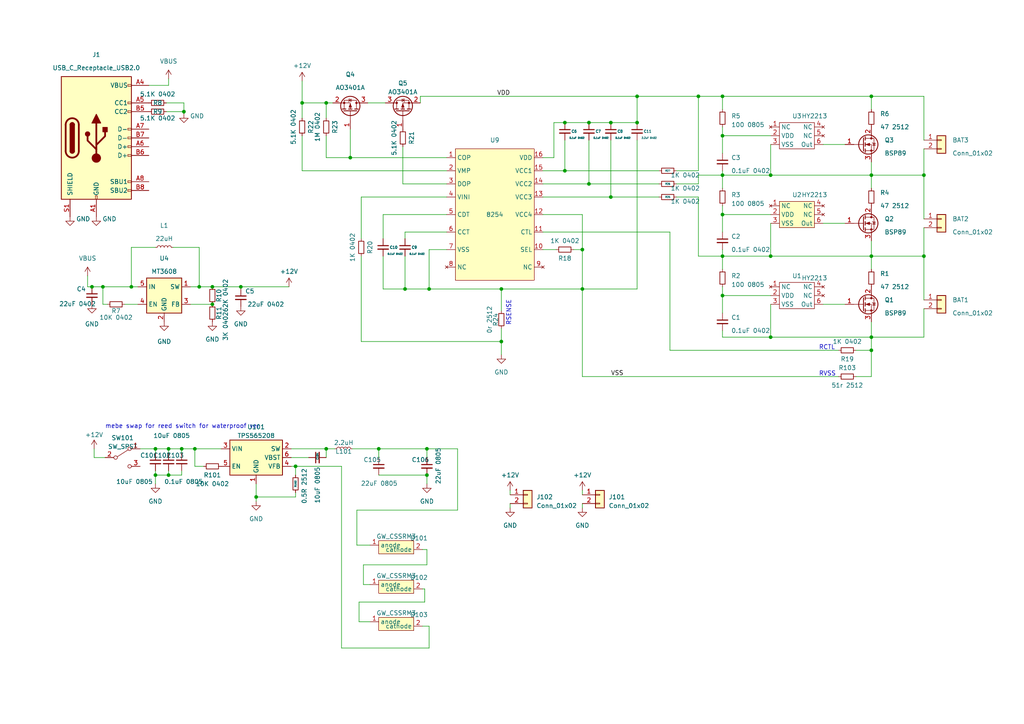
<source format=kicad_sch>
(kicad_sch (version 20230121) (generator eeschema)
  (paper "A4")
  (lib_symbols
    (symbol "8254A:8254"
      (property "Reference" "U" (at 0 0 0))
      (symbol "8254_0_1"
        (rectangle (start -11.43 19.05) (end 11.43 -19.05) (fill (type background)))
      )
      (symbol "8254_1_1"
        (pin input line (at -13.97 16.51 0) (length 2.54) (name "COP") (number "1"))
        (pin input line (at 13.97 -10.16 180) (length 2.54) (name "SEL") (number "10"))
        (pin input line (at 13.97 -5.08 180) (length 2.54) (name "CTL") (number "11"))
        (pin input line (at 13.97 0 180) (length 2.54) (name "VCC4") (number "12"))
        (pin input line (at 13.97 5.08 180) (length 2.54) (name "VCC3") (number "13"))
        (pin input line (at 13.97 8.89 180) (length 2.54) (name "VCC2") (number "14"))
        (pin input line (at 13.97 12.7 180) (length 2.54) (name "VCC1") (number "15"))
        (pin input line (at 13.97 16.51 180) (length 2.54) (name "VDD") (number "16"))
        (pin input line (at -13.97 12.7 0) (length 2.54) (name "VMP") (number "2"))
        (pin input line (at -13.97 8.89 0) (length 2.54) (name "DOP") (number "3"))
        (pin input line (at -13.97 5.08 0) (length 2.54) (name "VINI") (number "4"))
        (pin input line (at -13.97 0 0) (length 2.54) (name "CDT") (number "5"))
        (pin input line (at -13.97 -5.08 0) (length 2.54) (name "CCT") (number "6"))
        (pin input line (at -13.97 -10.16 0) (length 2.54) (name "VSS") (number "7"))
        (pin no_connect line (at -13.97 -15.24 0) (length 2.54) (name "NC") (number "8"))
        (pin no_connect line (at 13.97 -15.24 180) (length 2.54) (name "NC") (number "9"))
      )
    )
    (symbol "Connector:USB_C_Receptacle_USB2.0" (pin_names (offset 1.016))
      (property "Reference" "J" (at -10.16 19.05 0))
      (property "Value" "USB_C_Receptacle_USB2.0" (at 19.05 19.05 0))
      (symbol "USB_C_Receptacle_USB2.0_0_0"
        (rectangle (start -0.254 -17.78) (end 0.254 -16.764))
        (rectangle (start 10.16 -14.986) (end 9.144 -15.494))
        (rectangle (start 10.16 -12.446) (end 9.144 -12.954))
        (rectangle (start 10.16 -4.826) (end 9.144 -5.334))
        (rectangle (start 10.16 -2.286) (end 9.144 -2.794))
        (rectangle (start 10.16 0.254) (end 9.144 -0.254))
        (rectangle (start 10.16 2.794) (end 9.144 2.286))
        (rectangle (start 10.16 7.874) (end 9.144 7.366))
        (rectangle (start 10.16 10.414) (end 9.144 9.906))
        (rectangle (start 10.16 15.494) (end 9.144 14.986))
      )
      (symbol "USB_C_Receptacle_USB2.0_0_1"
        (rectangle (start -10.16 17.78) (end 10.16 -17.78) (stroke (width 0.254)) (fill (type background)))
        (arc (start -8.89 -3.81) (mid -6.985 -5.7067) (end -5.08 -3.81) (stroke (width 0.508)))
        (arc (start -7.62 -3.81) (mid -6.985 -4.4423) (end -6.35 -3.81) (stroke (width 0.254)))
        (arc (start -7.62 -3.81) (mid -6.985 -4.4423) (end -6.35 -3.81) (stroke (width 0.254)) (fill (type outline)))
        (rectangle (start -7.62 -3.81) (end -6.35 3.81) (stroke (width 0.254)) (fill (type outline)))
        (arc (start -6.35 3.81) (mid -6.985 4.4423) (end -7.62 3.81) (stroke (width 0.254)))
        (arc (start -6.35 3.81) (mid -6.985 4.4423) (end -7.62 3.81) (stroke (width 0.254)) (fill (type outline)))
        (arc (start -5.08 3.81) (mid -6.985 5.7067) (end -8.89 3.81) (stroke (width 0.508)))
        (circle (center -2.54 1.143) (radius 0.635) (stroke (width 0.254)) (fill (type outline)))
        (circle (center 0 -5.842) (radius 1.27) (fill (type outline)))
        (polyline (pts (xy -8.89 -3.81) (xy -8.89 3.81)) (stroke (width 0.508)))
        (polyline (pts (xy -5.08 3.81) (xy -5.08 -3.81)) (stroke (width 0.508)))
        (polyline (pts (xy 0 -5.842) (xy 0 4.318)) (stroke (width 0.508)))
        (polyline (pts (xy 0 -3.302) (xy -2.54 -0.762) (xy -2.54 0.508)) (stroke (width 0.508)))
        (polyline (pts (xy 0 -2.032) (xy 2.54 0.508) (xy 2.54 1.778)) (stroke (width 0.508)))
        (polyline (pts (xy -1.27 4.318) (xy 0 6.858) (xy 1.27 4.318) (xy -1.27 4.318)) (stroke (width 0.254)) (fill (type outline)))
        (rectangle (start 1.905 1.778) (end 3.175 3.048) (stroke (width 0.254)) (fill (type outline)))
      )
      (symbol "USB_C_Receptacle_USB2.0_1_1"
        (pin passive line (at 0 -22.86 90) (length 5.08) (name "GND") (number "A1"))
        (pin passive line (at 0 -22.86 90) (length 5.08) hide (name "GND") (number "A12"))
        (pin passive line (at 15.24 15.24 180) (length 5.08) (name "VBUS") (number "A4"))
        (pin bidirectional line (at 15.24 10.16 180) (length 5.08) (name "CC1") (number "A5"))
        (pin bidirectional line (at 15.24 -2.54 180) (length 5.08) (name "D+") (number "A6"))
        (pin bidirectional line (at 15.24 2.54 180) (length 5.08) (name "D-") (number "A7"))
        (pin bidirectional line (at 15.24 -12.7 180) (length 5.08) (name "SBU1") (number "A8"))
        (pin passive line (at 15.24 15.24 180) (length 5.08) hide (name "VBUS") (number "A9"))
        (pin passive line (at 0 -22.86 90) (length 5.08) hide (name "GND") (number "B1"))
        (pin passive line (at 0 -22.86 90) (length 5.08) hide (name "GND") (number "B12"))
        (pin passive line (at 15.24 15.24 180) (length 5.08) hide (name "VBUS") (number "B4"))
        (pin bidirectional line (at 15.24 7.62 180) (length 5.08) (name "CC2") (number "B5"))
        (pin bidirectional line (at 15.24 -5.08 180) (length 5.08) (name "D+") (number "B6"))
        (pin bidirectional line (at 15.24 0 180) (length 5.08) (name "D-") (number "B7"))
        (pin bidirectional line (at 15.24 -15.24 180) (length 5.08) (name "SBU2") (number "B8"))
        (pin passive line (at 15.24 15.24 180) (length 5.08) hide (name "VBUS") (number "B9"))
        (pin passive line (at -7.62 -22.86 90) (length 5.08) (name "SHIELD") (number "S1"))
      )
    )
    (symbol "Connector_Generic:Conn_01x02" (pin_names (offset 1.016) hide)
      (property "Reference" "J" (at 0 2.54 0))
      (property "Value" "Conn_01x02" (at 0 -5.08 0))
      (symbol "Conn_01x02_1_1"
        (rectangle (start -1.27 -2.413) (end 0 -2.667) (stroke (width 0.1524)))
        (rectangle (start -1.27 0.127) (end 0 -0.127) (stroke (width 0.1524)))
        (rectangle (start -1.27 1.27) (end 1.27 -3.81) (stroke (width 0.254)) (fill (type background)))
        (pin passive line (at -5.08 0 0) (length 3.81) (name "Pin_1") (number "1"))
        (pin passive line (at -5.08 -2.54 0) (length 3.81) (name "Pin_2") (number "2"))
      )
    )
    (symbol "Device:C_Small" (pin_numbers hide) (pin_names (offset 0.254) hide)
      (property "Reference" "C" (at 0.254 1.778 0))
      (property "Value" "C_Small" (at 0.254 -2.032 0))
      (symbol "C_Small_0_1"
        (polyline (pts (xy -1.524 -0.508) (xy 1.524 -0.508)) (stroke (width 0.3302)))
        (polyline (pts (xy -1.524 0.508) (xy 1.524 0.508)) (stroke (width 0.3048)))
      )
      (symbol "C_Small_1_1"
        (pin passive line (at 0 2.54 270) (length 2.032) (name "~") (number "1"))
        (pin passive line (at 0 -2.54 90) (length 2.032) (name "~") (number "2"))
      )
    )
    (symbol "Device:L_Small" (pin_numbers hide) (pin_names (offset 0.254) hide)
      (property "Reference" "L" (at 0.762 1.016 0))
      (property "Value" "L_Small" (at 0.762 -1.016 0))
      (symbol "L_Small_0_1"
        (arc (start 0 -2.032) (mid 0.5058 -1.524) (end 0 -1.016))
        (arc (start 0 -1.016) (mid 0.5058 -0.508) (end 0 0))
        (arc (start 0 0) (mid 0.5058 0.508) (end 0 1.016))
        (arc (start 0 1.016) (mid 0.5058 1.524) (end 0 2.032))
      )
      (symbol "L_Small_1_1"
        (pin passive line (at 0 2.54 270) (length 0.508) (name "~") (number "1"))
        (pin passive line (at 0 -2.54 90) (length 0.508) (name "~") (number "2"))
      )
    )
    (symbol "Device:R_Small" (pin_numbers hide) (pin_names (offset 0.254) hide)
      (property "Reference" "R" (at 0.762 0.508 0))
      (property "Value" "R_Small" (at 0.762 -1.016 0))
      (symbol "R_Small_0_1"
        (rectangle (start -0.762 1.778) (end 0.762 -1.778) (stroke (width 0.2032)))
      )
      (symbol "R_Small_1_1"
        (pin passive line (at 0 2.54 270) (length 0.762) (name "~") (number "1"))
        (pin passive line (at 0 -2.54 90) (length 0.762) (name "~") (number "2"))
      )
    )
    (symbol "GW CSSRM3:GW_CSSRM3"
      (property "Reference" "D" (at 0 1.27 0))
      (property "Value" "GW_CSSRM3" (at 0 -5.08 0))
      (symbol "GW_CSSRM3_0_1"
        (rectangle (start -5.08 0) (end 5.08 -3.81) (fill (type background)))
      )
      (symbol "GW_CSSRM3_1_1"
        (pin input line (at -7.62 -1.27 0) (length 2.54) (name "anode") (number "1"))
        (pin output line (at 7.62 -2.54 180) (length 2.54) (name "cathode") (number "2"))
      )
    )
    (symbol "HY2213:HY2213"
      (property "Reference" "U" (at 0 2.54 0))
      (symbol "HY2213_0_1"
        (rectangle (start -5.08 1.27) (end 5.08 -6.35))
      )
      (symbol "HY2213_1_1"
        (pin no_connect line (at -7.62 0 0) (length 2.54) (name "NC") (number "1"))
        (pin input line (at -7.62 -2.54 0) (length 2.54) (name "VDD") (number "2"))
        (pin output line (at -7.62 -5.08 0) (length 2.54) (name "VSS") (number "3"))
        (pin no_connect line (at 7.62 0 180) (length 2.54) (name "NC") (number "4"))
        (pin no_connect line (at 7.62 -2.54 180) (length 2.54) (name "NC") (number "5"))
        (pin output line (at 7.62 -5.08 180) (length 2.54) (name "Out") (number "6"))
      )
    )
    (symbol "HY2213_1"
      (property "Reference" "U2" (at 0 3.175 0))
      (property "Value" "HY2213" (at 5.08 3.175 0))
      (symbol "HY2213_1_0_1"
        (rectangle (start -5.08 1.27) (end 5.08 -6.35) (fill (type background)))
      )
      (symbol "HY2213_1_1_1"
        (pin no_connect line (at -7.62 0 0) (length 2.54) (name "NC") (number "1"))
        (pin input line (at -7.62 -2.54 0) (length 2.54) (name "VDD") (number "2"))
        (pin output line (at -7.62 -5.08 0) (length 2.54) (name "VSS") (number "3"))
        (pin no_connect line (at 7.62 0 180) (length 2.54) (name "NC") (number "4"))
        (pin no_connect line (at 7.62 -2.54 180) (length 2.54) (name "NC") (number "5"))
        (pin output line (at 7.62 -5.08 180) (length 2.54) (name "Out") (number "6"))
      )
    )
    (symbol "Regulator_Switching:MT3608"
      (property "Reference" "U" (at -2.54 8.89 0))
      (property "Value" "MT3608" (at -3.81 6.35 0))
      (symbol "MT3608_0_1"
        (rectangle (start -5.08 5.08) (end 5.08 -5.08) (stroke (width 0.254)) (fill (type background)))
      )
      (symbol "MT3608_1_1"
        (pin passive line (at 7.62 2.54 180) (length 2.54) (name "SW") (number "1"))
        (pin power_in line (at 0 -7.62 90) (length 2.54) (name "GND") (number "2"))
        (pin input line (at 7.62 -2.54 180) (length 2.54) (name "FB") (number "3"))
        (pin input line (at -7.62 -2.54 0) (length 2.54) (name "EN") (number "4"))
        (pin power_in line (at -7.62 2.54 0) (length 2.54) (name "IN") (number "5"))
        (pin no_connect line (at 5.08 0 180) (length 2.54) hide (name "NC") (number "6"))
      )
    )
    (symbol "Regulator_Switching:TPS565208"
      (property "Reference" "U" (at -7.62 6.35 0))
      (property "Value" "TPS565208" (at -2.54 6.35 0))
      (symbol "TPS565208_0_1"
        (rectangle (start -7.62 5.08) (end 7.62 -5.08) (stroke (width 0.254)) (fill (type background)))
      )
      (symbol "TPS565208_1_1"
        (pin power_in line (at 0 -7.62 90) (length 2.54) (name "GND") (number "1"))
        (pin output line (at 10.16 2.54 180) (length 2.54) (name "SW") (number "2"))
        (pin power_in line (at -10.16 2.54 0) (length 2.54) (name "VIN") (number "3"))
        (pin input line (at 10.16 -2.54 180) (length 2.54) (name "VFB") (number "4"))
        (pin input line (at -10.16 -2.54 0) (length 2.54) (name "EN") (number "5"))
        (pin passive line (at 10.16 0 180) (length 2.54) (name "VBST") (number "6"))
      )
    )
    (symbol "Switch:SW_SPDT" (pin_names (offset 0) hide)
      (property "Reference" "SW" (at 0 4.318 0))
      (property "Value" "SW_SPDT" (at 0 -5.08 0))
      (symbol "SW_SPDT_0_0"
        (circle (center -2.032 0) (radius 0.508))
        (circle (center 2.032 -2.54) (radius 0.508))
      )
      (symbol "SW_SPDT_0_1"
        (polyline (pts (xy -1.524 0.254) (xy 1.651 2.286)))
        (circle (center 2.032 2.54) (radius 0.508))
      )
      (symbol "SW_SPDT_1_1"
        (pin passive line (at 5.08 2.54 180) (length 2.54) (name "A") (number "1"))
        (pin passive line (at -5.08 0 0) (length 2.54) (name "B") (number "2"))
        (pin passive line (at 5.08 -2.54 180) (length 2.54) (name "C") (number "3"))
      )
    )
    (symbol "Transistor_FET:AO3401A" (pin_names hide)
      (property "Reference" "Q" (at 5.08 1.905 0))
      (property "Value" "AO3401A" (at 5.08 0 0))
      (symbol "AO3401A_0_1"
        (polyline (pts (xy 0.254 0) (xy -2.54 0)))
        (polyline (pts (xy 0.254 1.905) (xy 0.254 -1.905)) (stroke (width 0.254)))
        (polyline (pts (xy 0.762 -1.27) (xy 0.762 -2.286)) (stroke (width 0.254)))
        (polyline (pts (xy 0.762 0.508) (xy 0.762 -0.508)) (stroke (width 0.254)))
        (polyline (pts (xy 0.762 2.286) (xy 0.762 1.27)) (stroke (width 0.254)))
        (polyline (pts (xy 2.54 2.54) (xy 2.54 1.778)))
        (polyline (pts (xy 2.54 -2.54) (xy 2.54 0) (xy 0.762 0)))
        (polyline (pts (xy 0.762 1.778) (xy 3.302 1.778) (xy 3.302 -1.778) (xy 0.762 -1.778)))
        (polyline (pts (xy 2.286 0) (xy 1.27 0.381) (xy 1.27 -0.381) (xy 2.286 0)) (fill (type outline)))
        (polyline (pts (xy 2.794 -0.508) (xy 2.921 -0.381) (xy 3.683 -0.381) (xy 3.81 -0.254)))
        (polyline (pts (xy 3.302 -0.381) (xy 2.921 0.254) (xy 3.683 0.254) (xy 3.302 -0.381)))
        (circle (center 1.651 0) (radius 2.794) (stroke (width 0.254)))
        (circle (center 2.54 -1.778) (radius 0.254) (fill (type outline)))
        (circle (center 2.54 1.778) (radius 0.254) (fill (type outline)))
      )
      (symbol "AO3401A_1_1"
        (pin input line (at -5.08 0 0) (length 2.54) (name "G") (number "1"))
        (pin passive line (at 2.54 -5.08 90) (length 2.54) (name "S") (number "2"))
        (pin passive line (at 2.54 5.08 270) (length 2.54) (name "D") (number "3"))
      )
    )
    (symbol "Transistor_FET:BSP89" (pin_names hide)
      (property "Reference" "Q" (at 5.08 1.905 0))
      (property "Value" "BSP89" (at 5.08 0 0))
      (symbol "BSP89_0_1"
        (polyline (pts (xy 0.254 0) (xy -2.54 0)))
        (polyline (pts (xy 0.254 1.905) (xy 0.254 -1.905)) (stroke (width 0.254)))
        (polyline (pts (xy 0.762 -1.27) (xy 0.762 -2.286)) (stroke (width 0.254)))
        (polyline (pts (xy 0.762 0.508) (xy 0.762 -0.508)) (stroke (width 0.254)))
        (polyline (pts (xy 0.762 2.286) (xy 0.762 1.27)) (stroke (width 0.254)))
        (polyline (pts (xy 2.54 2.54) (xy 2.54 1.778)))
        (polyline (pts (xy 2.54 -2.54) (xy 2.54 0) (xy 0.762 0)))
        (polyline (pts (xy 0.762 -1.778) (xy 3.302 -1.778) (xy 3.302 1.778) (xy 0.762 1.778)))
        (polyline (pts (xy 1.016 0) (xy 2.032 0.381) (xy 2.032 -0.381) (xy 1.016 0)) (fill (type outline)))
        (polyline (pts (xy 2.794 0.508) (xy 2.921 0.381) (xy 3.683 0.381) (xy 3.81 0.254)))
        (polyline (pts (xy 3.302 0.381) (xy 2.921 -0.254) (xy 3.683 -0.254) (xy 3.302 0.381)))
        (circle (center 1.651 0) (radius 2.794) (stroke (width 0.254)))
        (circle (center 2.54 -1.778) (radius 0.254) (fill (type outline)))
        (circle (center 2.54 1.778) (radius 0.254) (fill (type outline)))
      )
      (symbol "BSP89_1_1"
        (pin input line (at -5.08 0 0) (length 2.54) (name "G") (number "1"))
        (pin passive line (at 2.54 5.08 270) (length 2.54) (name "D") (number "2"))
        (pin passive line (at 2.54 -5.08 90) (length 2.54) (name "S") (number "3"))
      )
    )
    (symbol "power:+12V" (power) (pin_names (offset 0))
      (property "Value" "+12V" (at 0 3.556 0))
      (symbol "+12V_0_1"
        (polyline (pts (xy -0.762 1.27) (xy 0 2.54)))
        (polyline (pts (xy 0 0) (xy 0 2.54)))
        (polyline (pts (xy 0 2.54) (xy 0.762 1.27)))
      )
      (symbol "+12V_1_1"
        (pin power_in line (at 0 0 90) (length 0) hide (name "+12V") (number "1"))
      )
    )
    (symbol "power:GND" (power) (pin_names (offset 0))
      (property "Value" "GND" (at 0 -3.81 0))
      (symbol "GND_0_1"
        (polyline (pts (xy 0 0) (xy 0 -1.27) (xy 1.27 -1.27) (xy 0 -2.54) (xy -1.27 -1.27) (xy 0 -1.27)))
      )
      (symbol "GND_1_1"
        (pin power_in line (at 0 0 270) (length 0) hide (name "GND") (number "1"))
      )
    )
    (symbol "power:VBUS" (power) (pin_names (offset 0))
      (property "Value" "VBUS" (at 0 3.81 0))
      (symbol "VBUS_0_1"
        (polyline (pts (xy -0.762 1.27) (xy 0 2.54)))
        (polyline (pts (xy 0 0) (xy 0 2.54)))
        (polyline (pts (xy 0 2.54) (xy 0.762 1.27)))
      )
      (symbol "VBUS_1_1"
        (pin power_in line (at 0 0 90) (length 0) hide (name "VBUS") (number "1"))
      )
    )
  )
  (junction (at 209.55 50.8))
  (junction (at 168.91 83.82))
  (junction (at 252.73 97.79))
  (junction (at 252.73 101.6))
  (junction (at 48.895 137.795))
  (junction (at 61.595 83.185))
  (junction (at 184.785 27.94))
  (junction (at 267.97 74.295))
  (junction (at 209.55 62.23))
  (junction (at 202.565 27.94))
  (junction (at 252.73 50.8))
  (junction (at 123.825 137.795))
  (junction (at 252.73 74.295))
  (junction (at 145.415 99.06))
  (junction (at 94.615 130.175))
  (junction (at 163.83 35.56))
  (junction (at 170.815 35.56))
  (junction (at 69.85 83.185))
  (junction (at 177.165 35.56))
  (junction (at 145.415 83.82))
  (junction (at 56.515 130.175))
  (junction (at 29.845 83.185))
  (junction (at 48.895 130.175))
  (junction (at 223.52 74.295))
  (junction (at 53.34 32.385))
  (junction (at 252.73 27.94))
  (junction (at 223.52 50.8))
  (junction (at 85.725 135.255))
  (junction (at 101.6 45.72))
  (junction (at 209.55 74.295))
  (junction (at 223.52 97.79))
  (junction (at 26.67 83.185))
  (junction (at 61.595 88.265))
  (junction (at 87.63 29.845))
  (junction (at 109.855 130.175))
  (junction (at 163.83 49.53))
  (junction (at 123.825 130.175))
  (junction (at 170.815 53.34))
  (junction (at 209.55 39.37))
  (junction (at 74.295 144.145))
  (junction (at 94.615 29.845))
  (junction (at 184.785 35.56))
  (junction (at 168.91 72.39))
  (junction (at 124.46 83.82))
  (junction (at 117.475 83.82))
  (junction (at 57.785 83.185))
  (junction (at 267.97 50.8))
  (junction (at 38.1 83.185))
  (junction (at 177.165 57.15))
  (junction (at 45.085 130.175))
  (junction (at 209.55 27.94))
  (junction (at 45.085 137.795))
  (junction (at 52.705 130.175))
  (junction (at 209.55 85.725))
  (wire (pts (xy 170.815 35.56) (xy 163.83 35.56)))
  (wire (pts (xy 99.06 135.255) (xy 85.725 135.255)))
  (wire (pts (xy 117.475 83.82) (xy 111.125 83.82)))
  (wire (pts (xy 124.46 187.96) (xy 99.06 187.96)))
  (wire (pts (xy 94.615 29.845) (xy 96.52 29.845)))
  (wire (pts (xy 209.55 44.45) (xy 209.55 39.37)))
  (wire (pts (xy 184.785 27.94) (xy 202.565 27.94)))
  (wire (pts (xy 252.73 50.8) (xy 252.73 54.61)))
  (wire (pts (xy 117.475 74.295) (xy 117.475 83.82)))
  (wire (pts (xy 123.19 170.815) (xy 123.19 174.625)))
  (wire (pts (xy 117.475 67.31) (xy 129.54 67.31)))
  (wire (pts (xy 45.085 137.795) (xy 45.085 136.525)))
  (wire (pts (xy 209.55 27.94) (xy 209.55 31.75)))
  (wire (pts (xy 209.55 95.885) (xy 209.55 97.79)))
  (wire (pts (xy 168.91 146.05) (xy 168.91 147.32)))
  (wire (pts (xy 45.085 130.175) (xy 48.895 130.175)))
  (wire (pts (xy 252.73 93.345) (xy 252.73 97.79)))
  (wire (pts (xy 168.91 83.82) (xy 184.785 83.82)))
  (wire (pts (xy 145.415 83.82) (xy 168.91 83.82)))
  (wire (pts (xy 122.555 181.61) (xy 124.46 181.61)))
  (wire (pts (xy 116.84 53.34) (xy 129.54 53.34)))
  (wire (pts (xy 238.76 64.77) (xy 245.11 64.77)))
  (wire (pts (xy 56.515 130.175) (xy 64.135 130.175)))
  (wire (pts (xy 267.97 27.94) (xy 252.73 27.94)))
  (wire (pts (xy 132.715 147.955) (xy 132.715 130.175)))
  (wire (pts (xy 168.91 72.39) (xy 168.91 83.82)))
  (wire (pts (xy 25.4 80.01) (xy 25.4 83.185)))
  (wire (pts (xy 45.085 140.335) (xy 45.085 137.795)))
  (wire (pts (xy 223.52 39.37) (xy 209.55 39.37)))
  (wire (pts (xy 223.52 97.79) (xy 223.52 88.265)))
  (wire (pts (xy 147.955 142.24) (xy 147.955 143.51)))
  (wire (pts (xy 170.815 53.34) (xy 191.135 53.34)))
  (wire (pts (xy 45.085 137.795) (xy 48.895 137.795)))
  (wire (pts (xy 168.91 62.23) (xy 168.91 72.39)))
  (wire (pts (xy 209.55 74.295) (xy 223.52 74.295)))
  (wire (pts (xy 109.855 130.175) (xy 102.235 130.175)))
  (wire (pts (xy 129.54 45.72) (xy 101.6 45.72)))
  (wire (pts (xy 157.48 67.31) (xy 194.31 67.31)))
  (wire (pts (xy 57.785 71.755) (xy 57.785 83.185)))
  (wire (pts (xy 202.565 49.53) (xy 196.215 49.53)))
  (wire (pts (xy 101.6 45.72) (xy 94.615 45.72)))
  (wire (pts (xy 48.895 137.795) (xy 48.895 136.525)))
  (wire (pts (xy 87.63 49.53) (xy 129.54 49.53)))
  (wire (pts (xy 223.52 85.725) (xy 209.55 85.725)))
  (wire (pts (xy 48.895 130.175) (xy 48.895 131.445)))
  (wire (pts (xy 50.165 71.755) (xy 57.785 71.755)))
  (wire (pts (xy 123.825 130.175) (xy 109.855 130.175)))
  (wire (pts (xy 252.73 74.295) (xy 252.73 69.85)))
  (wire (pts (xy 209.55 74.295) (xy 209.55 78.105)))
  (wire (pts (xy 124.46 83.82) (xy 124.46 72.39)))
  (wire (pts (xy 48.26 29.845) (xy 53.34 29.845)))
  (wire (pts (xy 74.295 145.415) (xy 74.295 144.145)))
  (wire (pts (xy 202.565 27.94) (xy 209.55 27.94)))
  (wire (pts (xy 166.37 72.39) (xy 168.91 72.39)))
  (wire (pts (xy 87.63 23.495) (xy 87.63 29.845)))
  (wire (pts (xy 103.505 158.115) (xy 107.315 158.115)))
  (wire (pts (xy 132.715 130.175) (xy 123.825 130.175)))
  (wire (pts (xy 85.725 135.255) (xy 84.455 135.255)))
  (wire (pts (xy 202.565 53.34) (xy 202.565 50.8)))
  (wire (pts (xy 267.97 50.8) (xy 267.97 43.18)))
  (wire (pts (xy 145.415 90.17) (xy 145.415 83.82)))
  (wire (pts (xy 177.165 57.15) (xy 191.135 57.15)))
  (wire (pts (xy 177.165 35.56) (xy 184.785 35.56)))
  (wire (pts (xy 29.845 88.265) (xy 29.845 83.185)))
  (wire (pts (xy 84.455 132.715) (xy 89.535 132.715)))
  (wire (pts (xy 177.165 40.64) (xy 177.165 57.15)))
  (wire (pts (xy 104.14 180.34) (xy 107.315 180.34)))
  (wire (pts (xy 191.135 49.53) (xy 163.83 49.53)))
  (wire (pts (xy 83.82 83.185) (xy 69.85 83.185)))
  (wire (pts (xy 31.115 88.265) (xy 29.845 88.265)))
  (wire (pts (xy 94.615 45.72) (xy 94.615 39.37)))
  (wire (pts (xy 267.97 40.64) (xy 267.97 27.94)))
  (wire (pts (xy 56.515 135.255) (xy 59.055 135.255)))
  (wire (pts (xy 111.125 62.23) (xy 129.54 62.23)))
  (wire (pts (xy 202.565 74.295) (xy 209.55 74.295)))
  (wire (pts (xy 104.775 99.06) (xy 145.415 99.06)))
  (wire (pts (xy 117.475 69.215) (xy 117.475 67.31)))
  (wire (pts (xy 209.55 85.725) (xy 209.55 83.185)))
  (wire (pts (xy 123.825 159.385) (xy 123.825 163.83)))
  (wire (pts (xy 123.825 132.715) (xy 123.825 130.175)))
  (wire (pts (xy 252.73 27.94) (xy 252.73 31.75)))
  (wire (pts (xy 25.4 83.185) (xy 26.67 83.185)))
  (wire (pts (xy 196.215 53.34) (xy 202.565 53.34)))
  (wire (pts (xy 122.555 170.815) (xy 123.19 170.815)))
  (wire (pts (xy 124.46 72.39) (xy 129.54 72.39)))
  (wire (pts (xy 223.52 74.295) (xy 252.73 74.295)))
  (wire (pts (xy 157.48 62.23) (xy 168.91 62.23)))
  (wire (pts (xy 85.725 137.795) (xy 85.725 135.255)))
  (wire (pts (xy 74.295 144.145) (xy 85.725 144.145)))
  (wire (pts (xy 52.705 137.795) (xy 52.705 136.525)))
  (wire (pts (xy 94.615 34.29) (xy 94.615 29.845)))
  (wire (pts (xy 202.565 27.94) (xy 202.565 49.53)))
  (wire (pts (xy 209.55 49.53) (xy 209.55 50.8)))
  (wire (pts (xy 36.195 88.265) (xy 40.005 88.265)))
  (wire (pts (xy 252.73 101.6) (xy 252.73 109.22)))
  (wire (pts (xy 202.565 57.15) (xy 202.565 74.295)))
  (wire (pts (xy 267.97 89.535) (xy 267.97 97.79)))
  (wire (pts (xy 53.34 32.385) (xy 48.26 32.385)))
  (wire (pts (xy 177.165 35.56) (xy 170.815 35.56)))
  (wire (pts (xy 111.125 69.215) (xy 111.125 62.23)))
  (wire (pts (xy 238.76 41.91) (xy 245.11 41.91)))
  (wire (pts (xy 163.83 49.53) (xy 157.48 49.53)))
  (wire (pts (xy 184.785 40.64) (xy 184.785 83.82)))
  (wire (pts (xy 87.63 29.845) (xy 94.615 29.845)))
  (wire (pts (xy 252.73 50.8) (xy 223.52 50.8)))
  (wire (pts (xy 26.67 83.185) (xy 29.845 83.185)))
  (wire (pts (xy 267.97 74.295) (xy 267.97 66.04)))
  (wire (pts (xy 104.775 74.295) (xy 104.775 99.06)))
  (wire (pts (xy 104.775 57.15) (xy 129.54 57.15)))
  (wire (pts (xy 163.83 40.64) (xy 163.83 49.53)))
  (wire (pts (xy 106.68 29.845) (xy 111.76 29.845)))
  (wire (pts (xy 194.31 67.31) (xy 194.31 101.6)))
  (wire (pts (xy 94.615 130.175) (xy 84.455 130.175)))
  (wire (pts (xy 168.91 142.24) (xy 168.91 143.51)))
  (wire (pts (xy 48.895 130.175) (xy 52.705 130.175)))
  (wire (pts (xy 38.1 71.755) (xy 38.1 83.185)))
  (wire (pts (xy 196.215 57.15) (xy 202.565 57.15)))
  (wire (pts (xy 40.64 130.175) (xy 45.085 130.175)))
  (wire (pts (xy 209.55 97.79) (xy 223.52 97.79)))
  (wire (pts (xy 121.92 27.94) (xy 184.785 27.94)))
  (wire (pts (xy 52.705 130.175) (xy 56.515 130.175)))
  (wire (pts (xy 123.825 163.83) (xy 105.41 163.83)))
  (wire (pts (xy 85.725 144.145) (xy 85.725 142.875)))
  (wire (pts (xy 223.52 74.295) (xy 223.52 64.77)))
  (wire (pts (xy 223.52 97.79) (xy 252.73 97.79)))
  (wire (pts (xy 52.705 130.175) (xy 52.705 131.445)))
  (wire (pts (xy 105.41 163.83) (xy 105.41 169.545)))
  (wire (pts (xy 87.63 34.29) (xy 87.63 29.845)))
  (wire (pts (xy 123.19 174.625) (xy 104.14 174.625)))
  (wire (pts (xy 69.85 83.185) (xy 69.85 83.82)))
  (wire (pts (xy 104.14 174.625) (xy 104.14 180.34)))
  (wire (pts (xy 48.895 137.795) (xy 52.705 137.795)))
  (wire (pts (xy 209.55 27.94) (xy 252.73 27.94)))
  (wire (pts (xy 55.245 88.265) (xy 61.595 88.265)))
  (wire (pts (xy 55.245 83.185) (xy 57.785 83.185)))
  (wire (pts (xy 267.97 50.8) (xy 267.97 63.5)))
  (wire (pts (xy 45.085 131.445) (xy 45.085 130.175)))
  (wire (pts (xy 160.655 35.56) (xy 160.655 45.72)))
  (wire (pts (xy 243.205 109.22) (xy 168.91 109.22)))
  (wire (pts (xy 103.505 147.955) (xy 132.715 147.955)))
  (wire (pts (xy 53.34 29.845) (xy 53.34 32.385)))
  (wire (pts (xy 223.52 50.8) (xy 209.55 50.8)))
  (wire (pts (xy 87.63 39.37) (xy 87.63 49.53)))
  (wire (pts (xy 48.895 24.765) (xy 43.18 24.765)))
  (wire (pts (xy 57.785 83.185) (xy 61.595 83.185)))
  (wire (pts (xy 252.73 78.105) (xy 252.73 74.295)))
  (wire (pts (xy 209.55 39.37) (xy 209.55 36.83)))
  (wire (pts (xy 61.595 83.185) (xy 69.85 83.185)))
  (wire (pts (xy 209.55 67.31) (xy 209.55 62.23)))
  (wire (pts (xy 38.1 83.185) (xy 40.005 83.185)))
  (wire (pts (xy 74.295 144.145) (xy 74.295 140.335)))
  (wire (pts (xy 116.84 42.545) (xy 116.84 53.34)))
  (wire (pts (xy 45.085 71.755) (xy 38.1 71.755)))
  (wire (pts (xy 105.41 169.545) (xy 107.315 169.545)))
  (wire (pts (xy 209.55 72.39) (xy 209.55 74.295)))
  (wire (pts (xy 111.125 83.82) (xy 111.125 74.295)))
  (wire (pts (xy 94.615 130.175) (xy 97.155 130.175)))
  (wire (pts (xy 170.815 40.64) (xy 170.815 53.34)))
  (wire (pts (xy 267.97 74.295) (xy 267.97 86.995)))
  (wire (pts (xy 103.505 147.955) (xy 103.505 158.115)))
  (wire (pts (xy 184.785 27.94) (xy 184.785 35.56)))
  (wire (pts (xy 252.73 109.22) (xy 248.285 109.22)))
  (wire (pts (xy 48.895 22.86) (xy 48.895 24.765)))
  (wire (pts (xy 202.565 50.8) (xy 209.55 50.8)))
  (wire (pts (xy 123.825 140.335) (xy 123.825 137.795)))
  (wire (pts (xy 145.415 99.06) (xy 145.415 102.87)))
  (wire (pts (xy 177.165 57.15) (xy 157.48 57.15)))
  (wire (pts (xy 194.31 101.6) (xy 243.205 101.6)))
  (wire (pts (xy 104.775 69.215) (xy 104.775 57.15)))
  (wire (pts (xy 209.55 50.8) (xy 209.55 54.61)))
  (wire (pts (xy 267.97 97.79) (xy 252.73 97.79)))
  (wire (pts (xy 53.34 33.02) (xy 53.34 32.385)))
  (wire (pts (xy 252.73 74.295) (xy 267.97 74.295)))
  (wire (pts (xy 160.655 45.72) (xy 157.48 45.72)))
  (wire (pts (xy 238.76 88.265) (xy 245.11 88.265)))
  (wire (pts (xy 209.55 62.23) (xy 209.55 59.69)))
  (wire (pts (xy 157.48 72.39) (xy 161.29 72.39)))
  (wire (pts (xy 124.46 83.82) (xy 145.415 83.82)))
  (wire (pts (xy 145.415 95.25) (xy 145.415 99.06)))
  (wire (pts (xy 223.52 50.8) (xy 223.52 41.91)))
  (wire (pts (xy 248.285 101.6) (xy 252.73 101.6)))
  (wire (pts (xy 123.825 137.795) (xy 109.855 137.795)))
  (wire (pts (xy 109.855 132.715) (xy 109.855 130.175)))
  (wire (pts (xy 223.52 62.23) (xy 209.55 62.23)))
  (wire (pts (xy 117.475 83.82) (xy 124.46 83.82)))
  (wire (pts (xy 101.6 37.465) (xy 101.6 45.72)))
  (wire (pts (xy 252.73 50.8) (xy 267.97 50.8)))
  (wire (pts (xy 56.515 135.255) (xy 56.515 130.175)))
  (wire (pts (xy 99.06 135.255) (xy 99.06 187.96)))
  (wire (pts (xy 147.955 146.05) (xy 147.955 147.32)))
  (wire (pts (xy 209.55 90.805) (xy 209.55 85.725)))
  (wire (pts (xy 157.48 53.34) (xy 170.815 53.34)))
  (wire (pts (xy 252.73 50.8) (xy 252.73 46.99)))
  (wire (pts (xy 29.845 83.185) (xy 38.1 83.185)))
  (wire (pts (xy 27.305 132.715) (xy 30.48 132.715)))
  (wire (pts (xy 27.305 132.715) (xy 27.305 130.175)))
  (wire (pts (xy 94.615 130.175) (xy 94.615 132.715)))
  (wire (pts (xy 163.83 35.56) (xy 160.655 35.56)))
  (wire (pts (xy 121.92 29.845) (xy 121.92 27.94)))
  (wire (pts (xy 252.73 97.79) (xy 252.73 101.6)))
  (wire (pts (xy 168.91 109.22) (xy 168.91 83.82)))
  (wire (pts (xy 123.825 159.385) (xy 122.555 159.385)))
  (wire (pts (xy 124.46 181.61) (xy 124.46 187.96)))
  (text "RCTL" (at 237.49 101.6 0) (effects (font (size 1.27 1.27)) (justify left bottom)))
  (text "RSENSE" (at 148.336 94.488 90) (effects (font (size 1.27 1.27)) (justify left bottom)))
  (text "RVSS" (at 237.49 109.22 0) (effects (font (size 1.27 1.27)) (justify left bottom)))
  (text "mebe swap for reed switch for waterproof ver" (at 30.48 124.46 0) (effects (font (size 1.27 1.27)) (justify left bottom)))
  (label "VDD" (at 144.145 27.94 0))
  (label "VSS" (at 177.165 109.22 0))
  (symbol (lib_id "Device:R_Small") (at 193.675 49.53 90) (unit 1)
    (property "Reference" "R27" (at 193.675 49.53 90) (effects (font (size 0.5 0.5))))
    (property "Value" "1K 0402" (at 198.755 50.8 90))
    (property "Footprint" "Resistor_SMD:R_0402_1005Metric" (effects hide))
  )
  (symbol (lib_id "GW CSSRM3:GW_CSSRM3") (at 114.935 168.275 0) (unit 1)
    (property "Reference" "D102" (at 121.539 167.513 0))
    (property "Value" "GW_CSSRM3" (at 114.935 167.005 0))
    (property "Footprint" "GW_CSSRM3:GW_CSSRM3" (effects hide))
  )
  (symbol (lib_id "Device:R_Small") (at 61.595 85.725 0) (unit 1)
    (property "Reference" "R10" (at 63.5 85.725 90))
    (property "Value" "62K 0402" (at 65.405 85.725 90))
    (property "Footprint" "Resistor_SMD:R_0402_1005Metric" (effects hide))
  )
  (symbol (lib_id "Device:R_Small") (at 193.675 53.34 90) (unit 1)
    (property "Reference" "R26" (at 193.675 53.34 90) (effects (font (size 0.5 0.5))))
    (property "Value" "1K 0402" (at 198.755 54.61 90))
    (property "Footprint" "Resistor_SMD:R_0402_1005Metric" (effects hide))
  )
  (symbol (lib_id "Device:R_Small") (at 163.83 72.39 90) (unit 1)
    (property "Reference" "R18" (at 163.83 74.93 90))
    (property "Value" "1K 0402" (at 163.83 69.85 90))
    (property "Footprint" "Resistor_SMD:R_0402_1005Metric" (effects hide))
  )
  (symbol (lib_id "Device:C_Small") (at 123.825 135.255 0) (unit 1)
    (property "Reference" "C106" (at 119.38 133.35 0) (effects (justify left)))
    (property "Value" "22uF 0805" (at 127.127 140.462 90) (effects (justify left)))
    (property "Footprint" "Capacitor_SMD:C_0805_2012Metric" (effects hide))
  )
  (symbol (lib_id "Device:R_Small") (at 94.615 36.83 180) (unit 1)
    (property "Reference" "R23" (at 97.155 36.83 90))
    (property "Value" "1M 0402" (at 92.075 36.83 90))
    (property "Footprint" "Resistor_SMD:R_0402_1005Metric" (effects hide))
  )
  (symbol (lib_id "Device:R_Small") (at 252.73 57.15 0) (unit 1)
    (property "Reference" "R4" (at 255.27 55.8799 0) (effects (justify left)))
    (property "Value" "47 2512" (at 255.27 59.6899 0) (effects (justify left)))
    (property "Footprint" "Resistor_SMD:R_2512_6332Metric" (effects hide))
  )
  (symbol (lib_id "power:GND") (at 168.91 147.32 0) (unit 1)
    (property "Reference" "#PWR0106" (effects hide))
    (property "Value" "GND" (at 168.91 152.4 0))
  )
  (symbol (lib_id "Regulator_Switching:MT3608") (at 47.625 85.725 0) (unit 1)
    (property "Reference" "U4" (at 47.625 74.93 0))
    (property "Value" "MT3608" (at 47.625 78.74 0))
    (property "Footprint" "Package_TO_SOT_SMD:SOT-23-6" (effects hide))
    (property "Datasheet" "https://www.olimex.com/Products/Breadboarding/BB-PWR-3608/resources/MT3608.pdf" (effects hide))
  )
  (symbol (lib_id "power:VBUS") (at 25.4 80.01 0) (unit 1)
    (property "Reference" "#PWR03" (effects hide))
    (property "Value" "VBUS" (at 25.4 74.93 0))
  )
  (symbol (lib_id "Connector_Generic:Conn_01x02") (at 273.05 40.64 0) (unit 1)
    (property "Reference" "BAT3" (at 276.225 40.6399 0) (effects (justify left)))
    (property "Value" "Conn_01x02" (at 276.225 44.4499 0) (effects (justify left)))
    (property "Footprint" "Connector_Wire:SolderWire-2sqmm_1x02_P7.8mm_D2mm_OD3.9mm" (effects hide))
  )
  (symbol (lib_id "Device:R_Small") (at 245.745 101.6 90) (unit 1)
    (property "Reference" "R19" (at 245.745 104.14 90))
    (property "Value" "1K 0402" (at 245.745 99.06 90))
    (property "Footprint" "Resistor_SMD:R_0402_1005Metric" (effects hide))
  )
  (symbol (lib_id "8254A:8254") (at 143.51 62.23 0) (unit 1)
    (property "Reference" "U9" (at 143.51 40.64 0))
    (property "Value" "8254" (at 143.51 62.23 0))
    (property "Footprint" "Package_SO:HTSSOP-16-1EP_4.4x5mm_P0.65mm_EP3.4x5mm" (effects hide))
  )
  (symbol (lib_id "Connector_Generic:Conn_01x02") (at 273.05 86.995 0) (unit 1)
    (property "Reference" "BAT1" (at 276.225 86.9949 0) (effects (justify left)))
    (property "Value" "Conn_01x02" (at 276.225 90.8049 0) (effects (justify left)))
    (property "Footprint" "Connector_Wire:SolderWire-2sqmm_1x02_P7.8mm_D2mm_OD3.9mm" (effects hide))
  )
  (symbol (lib_id "HY2213:HY2213") (at 231.14 36.83 0) (unit 1)
    (property "Reference" "U3" (at 231.14 33.655 0))
    (property "Value" "HY2213" (at 236.22 33.655 0))
    (property "Footprint" "Package_TO_SOT_SMD:SOT-23-6" (effects hide))
  )
  (symbol (lib_id "power:GND") (at 20.32 62.865 0) (unit 1)
    (property "Reference" "#PWR06" (effects hide))
    (property "Value" "GND" (at 24.13 63.5 0))
  )
  (symbol (lib_id "Transistor_FET:AO3401A") (at 101.6 32.385 270) (mirror x) (unit 1)
    (property "Reference" "Q4" (at 101.6 21.59 90))
    (property "Value" "AO3401A" (at 101.6 25.4 90))
    (property "Footprint" "Package_TO_SOT_SMD:SOT-23" (effects hide))
    (property "Datasheet" "http://www.aosmd.com/pdfs/datasheet/AO3401A.pdf" (effects hide))
  )
  (symbol (lib_id "Device:C_Small") (at 109.855 135.255 0) (unit 1)
    (property "Reference" "C105" (at 105.41 133.35 0) (effects (justify left)))
    (property "Value" "22uF 0805" (at 104.648 140.208 0) (effects (justify left)))
    (property "Footprint" "Capacitor_SMD:C_0805_2012Metric" (effects hide))
  )
  (symbol (lib_id "Device:R_Small") (at 61.595 90.805 0) (unit 1)
    (property "Reference" "R11" (at 63.5 90.805 90))
    (property "Value" "3K 0402" (at 65.405 94.615 90))
    (property "Footprint" "Resistor_SMD:R_0402_1005Metric" (effects hide))
  )
  (symbol (lib_name "HY2213_1") (lib_id "HY2213:HY2213") (at 231.14 59.69 0) (unit 1)
    (property "Reference" "U2" (at 231.14 56.515 0))
    (property "Value" "HY2213" (at 236.22 56.515 0))
    (property "Footprint" "Package_TO_SOT_SMD:SOT-23-6" (effects hide))
  )
  (symbol (lib_id "Device:R_Small") (at 252.73 80.645 0) (unit 1)
    (property "Reference" "R1" (at 255.27 79.3749 0) (effects (justify left)))
    (property "Value" "47 2512" (at 255.27 83.1849 0) (effects (justify left)))
    (property "Footprint" "Resistor_SMD:R_2512_6332Metric" (effects hide))
  )
  (symbol (lib_id "power:GND") (at 45.085 140.335 0) (unit 1)
    (property "Reference" "#PWR0102" (effects hide))
    (property "Value" "GND" (at 45.085 145.415 0))
  )
  (symbol (lib_id "Transistor_FET:BSP89") (at 250.19 64.77 0) (unit 1)
    (property "Reference" "Q2" (at 256.54 63.4999 0) (effects (justify left)))
    (property "Value" "BSP89" (at 256.54 67.3099 0) (effects (justify left)))
    (property "Footprint" "Package_TO_SOT_SMD:SOT-223-3_TabPin2" (effects hide))
    (property "Datasheet" "https://www.infineon.com/dgdl/Infineon-BSP89-DS-v02_02-en.pdf?fileId=db3a30433b47825b013b4b8a07f90d55" (effects hide))
  )
  (symbol (lib_id "GW CSSRM3:GW_CSSRM3") (at 114.935 156.845 0) (unit 1)
    (property "Reference" "D101" (at 121.539 156.083 0))
    (property "Value" "GW_CSSRM3" (at 114.935 155.575 0))
    (property "Footprint" "GW_CSSRM3:GW_CSSRM3" (effects hide))
  )
  (symbol (lib_id "power:+12V") (at 168.91 142.24 0) (unit 1)
    (property "Reference" "#PWR0105" (effects hide))
    (property "Value" "+13V" (at 168.91 137.795 0))
  )
  (symbol (lib_id "Device:C_Small") (at 117.475 71.755 0) (unit 1)
    (property "Reference" "C9" (at 119.38 71.755 0) (effects (font (size 0.75 0.75)) (justify left)))
    (property "Value" "0.1uF 0402" (at 118.745 73.66 0) (effects (font (size 0.5 0.5)) (justify left)))
    (property "Footprint" "Capacitor_SMD:C_0402_1005Metric" (effects hide))
  )
  (symbol (lib_id "power:GND") (at 26.67 88.265 0) (unit 1)
    (property "Reference" "#PWR07" (effects hide))
    (property "Value" "GND" (at 26.67 93.98 0))
  )
  (symbol (lib_id "power:GND") (at 123.825 140.335 0) (unit 1)
    (property "Reference" "#PWR0104" (effects hide))
    (property "Value" "GND" (at 123.825 145.415 0))
  )
  (symbol (lib_id "Device:C_Small") (at 48.895 133.985 0) (unit 1)
    (property "Reference" "C102" (at 44.45 132.08 0) (effects (justify left)))
    (property "Value" "10uF 0805" (at 44.45 126.365 0) (effects (justify left)))
    (property "Footprint" "Capacitor_SMD:C_0805_2012Metric" (effects hide))
  )
  (symbol (lib_id "power:GND") (at 74.295 145.415 0) (unit 1)
    (property "Reference" "#PWR0103" (effects hide))
    (property "Value" "GND" (at 74.295 150.495 0))
  )
  (symbol (lib_id "Device:C_Small") (at 209.55 93.345 0) (unit 1)
    (property "Reference" "C1" (at 212.09 92.0812 0) (effects (justify left)))
    (property "Value" "0.1uF 0402" (at 212.09 95.8912 0) (effects (justify left)))
    (property "Footprint" "Capacitor_SMD:C_0402_1005Metric" (effects hide))
  )
  (symbol (lib_id "Device:R_Small") (at 209.55 80.645 0) (unit 1)
    (property "Reference" "R2" (at 212.09 80.01 0) (effects (justify left)))
    (property "Value" "100 0805" (at 212.09 82.55 0) (effects (justify left)))
    (property "Footprint" "Resistor_SMD:R_0805_2012Metric" (effects hide))
  )
  (symbol (lib_id "Device:C_Small") (at 92.075 132.715 90) (unit 1)
    (property "Reference" "C104" (at 92.075 133.35 0) (effects (font (size 0.5 0.5)) (justify left)))
    (property "Value" "10uF 0805" (at 92.075 146.05 0) (effects (justify left)))
    (property "Footprint" "Capacitor_SMD:C_0805_2012Metric" (effects hide))
  )
  (symbol (lib_id "Connector_Generic:Conn_01x02") (at 173.99 143.51 0) (unit 1)
    (property "Reference" "J101" (at 176.53 144.145 0) (effects (justify left)))
    (property "Value" "Conn_01x02" (at 176.53 146.685 0) (effects (justify left)))
    (property "Footprint" "Connector_Wire:SolderWire-2sqmm_1x02_P7.8mm_D2mm_OD3.9mm" (effects hide))
  )
  (symbol (lib_id "power:GND") (at 147.955 147.32 0) (unit 1)
    (property "Reference" "#PWR0108" (effects hide))
    (property "Value" "GND" (at 147.955 152.4 0))
  )
  (symbol (lib_id "Transistor_FET:BSP89") (at 250.19 41.91 0) (unit 1)
    (property "Reference" "Q3" (at 256.54 40.6399 0) (effects (justify left)))
    (property "Value" "BSP89" (at 256.54 44.4499 0) (effects (justify left)))
    (property "Footprint" "Package_TO_SOT_SMD:SOT-223-3_TabPin2" (effects hide))
    (property "Datasheet" "https://www.infineon.com/dgdl/Infineon-BSP89-DS-v02_02-en.pdf?fileId=db3a30433b47825b013b4b8a07f90d55" (effects hide))
  )
  (symbol (lib_id "Device:C_Small") (at 209.55 69.85 0) (unit 1)
    (property "Reference" "C2" (at 212.09 68.5862 0) (effects (justify left)))
    (property "Value" "0.1uF 0402" (at 212.09 72.3962 0) (effects (justify left)))
    (property "Footprint" "Capacitor_SMD:C_0402_1005Metric" (effects hide))
  )
  (symbol (lib_id "power:GND") (at 53.34 33.02 0) (unit 1)
    (property "Reference" "#PWR04" (effects hide))
    (property "Value" "GND" (at 57.15 33.655 0))
  )
  (symbol (lib_id "Connector_Generic:Conn_01x02") (at 153.035 143.51 0) (unit 1)
    (property "Reference" "J102" (at 155.575 144.145 0) (effects (justify left)))
    (property "Value" "Conn_01x02" (at 155.575 146.685 0) (effects (justify left)))
    (property "Footprint" "Connector_Wire:SolderWire-2sqmm_1x02_P7.8mm_D2mm_OD3.9mm" (effects hide))
  )
  (symbol (lib_id "Device:R_Small") (at 87.63 36.83 180) (unit 1)
    (property "Reference" "R22" (at 90.17 36.83 90))
    (property "Value" "5.1K 0402" (at 85.09 36.83 90))
    (property "Footprint" "Resistor_SMD:R_0402_1005Metric" (effects hide))
  )
  (symbol (lib_id "Device:R_Small") (at 33.655 88.265 270) (unit 1)
    (property "Reference" "R7" (at 33.655 90.17 90))
    (property "Value" "10K 0402" (at 33.655 92.075 90))
    (property "Footprint" "Resistor_SMD:R_0402_1005Metric" (effects hide))
  )
  (symbol (lib_id "Device:R_Small") (at 116.84 40.005 180) (unit 1)
    (property "Reference" "R21" (at 119.38 40.005 90))
    (property "Value" "5.1K 0402" (at 114.3 40.005 90))
    (property "Footprint" "Resistor_SMD:R_0402_1005Metric" (effects hide))
  )
  (symbol (lib_id "Device:L_Small") (at 47.625 71.755 90) (unit 1)
    (property "Reference" "L1" (at 47.625 65.405 90))
    (property "Value" "22uH" (at 47.625 69.215 90))
    (property "Footprint" "Inductor_SMD:L_Sunlord_MWSA0402S" (effects hide))
  )
  (symbol (lib_id "Device:C_Small") (at 177.165 38.1 0) (unit 1)
    (property "Reference" "C8" (at 179.07 38.1 0) (effects (font (size 0.75 0.75)) (justify left)))
    (property "Value" "0.1uF 0402" (at 178.435 40.005 0) (effects (font (size 0.5 0.5)) (justify left)))
    (property "Footprint" "Capacitor_SMD:C_0402_1005Metric" (effects hide))
  )
  (symbol (lib_id "power:GND") (at 27.94 62.865 0) (unit 1)
    (property "Reference" "#PWR05" (effects hide))
    (property "Value" "GND" (at 31.75 63.5 0))
  )
  (symbol (lib_id "Device:R_Small") (at 145.415 92.71 180) (unit 1)
    (property "Reference" "R24" (at 143.764 92.71 90))
    (property "Value" "0r 2512" (at 141.986 92.71 90))
    (property "Footprint" "Resistor_SMD:R_2512_6332Metric" (effects hide))
  )
  (symbol (lib_id "Device:R_Small") (at 45.72 29.845 270) (unit 1)
    (property "Reference" "R8" (at 45.72 29.845 90))
    (property "Value" "5.1K 0402" (at 45.72 27.305 90))
    (property "Footprint" "Resistor_SMD:R_0402_1005Metric" (effects hide))
  )
  (symbol (lib_id "HY2213:HY2213") (at 231.14 83.185 0) (unit 1)
    (property "Reference" "U1" (at 231.14 80.01 0))
    (property "Value" "HY2213" (at 236.22 80.645 0))
    (property "Footprint" "Package_TO_SOT_SMD:SOT-23-6" (effects hide))
  )
  (symbol (lib_id "Device:C_Small") (at 26.67 85.725 0) (unit 1)
    (property "Reference" "C4" (at 22.225 83.82 0) (effects (justify left)))
    (property "Value" "22uF 0402" (at 17.145 88.138 0) (effects (justify left)))
    (property "Footprint" "Capacitor_SMD:C_0402_1005Metric" (effects hide))
  )
  (symbol (lib_id "power:GND") (at 145.415 102.87 0) (unit 1)
    (property "Reference" "#PWR013" (effects hide))
    (property "Value" "GND" (at 145.415 107.95 0))
  )
  (symbol (lib_id "power:GND") (at 61.595 93.345 0) (unit 1)
    (property "Reference" "#PWR010" (effects hide))
    (property "Value" "GND" (at 61.595 98.425 0))
  )
  (symbol (lib_id "Device:C_Small") (at 52.705 133.985 0) (unit 1)
    (property "Reference" "C103" (at 48.26 132.08 0) (effects (justify left)))
    (property "Value" "0.1uF 0805" (at 47.625 139.7 0) (effects (justify left)))
    (property "Footprint" "Capacitor_SMD:C_0805_2012Metric" (effects hide))
  )
  (symbol (lib_id "Device:R_Small") (at 193.675 57.15 90) (unit 1)
    (property "Reference" "R25" (at 193.675 57.15 90) (effects (font (size 0.5 0.5))))
    (property "Value" "1K 0402" (at 198.755 58.42 90))
    (property "Footprint" "Resistor_SMD:R_0402_1005Metric" (effects hide))
  )
  (symbol (lib_id "power:+12V") (at 27.305 130.175 0) (unit 1)
    (property "Reference" "#PWR0101" (effects hide))
    (property "Value" "+13V" (at 27.305 126.111 0))
  )
  (symbol (lib_id "Connector:USB_C_Receptacle_USB2.0") (at 27.94 40.005 0) (unit 1)
    (property "Reference" "J1" (at 27.94 15.875 0))
    (property "Value" "USB_C_Receptacle_USB2.0" (at 27.94 19.685 0))
    (property "Footprint" "Connector_USB:USB_C_Receptacle_HRO_TYPE-C-31-M-12" (effects hide))
    (property "Datasheet" "https://www.usb.org/sites/default/files/documents/usb_type-c.zip" (effects hide))
  )
  (symbol (lib_id "Switch:SW_SPDT") (at 35.56 132.715 0) (unit 1)
    (property "Reference" "SW101" (at 35.56 127 0))
    (property "Value" "SW_SPST" (at 35.56 129.54 0))
    (property "Footprint" "Button_Switch_SMD:SW_SPDT_PCM12" (effects hide))
  )
  (symbol (lib_id "Device:R_Small") (at 85.725 140.335 0) (unit 1)
    (property "Reference" "R102" (at 85.725 140.335 90) (effects (font (size 0.5 0.5))))
    (property "Value" "0.5R 2512" (at 88.265 140.97 90))
    (property "Footprint" "Resistor_SMD:R_2512_6332Metric" (effects hide))
  )
  (symbol (lib_id "Device:R_Small") (at 209.55 34.29 0) (unit 1)
    (property "Reference" "R5" (at 212.09 33.655 0) (effects (justify left)))
    (property "Value" "100 0805" (at 212.09 36.195 0) (effects (justify left)))
    (property "Footprint" "Resistor_SMD:R_0805_2012Metric" (effects hide))
  )
  (symbol (lib_id "power:+12V") (at 87.63 23.495 0) (unit 1)
    (property "Reference" "#PWR027" (effects hide))
    (property "Value" "+13V" (at 87.63 19.05 0))
  )
  (symbol (lib_id "Device:R_Small") (at 45.72 32.385 270) (unit 1)
    (property "Reference" "R9" (at 45.72 32.385 90))
    (property "Value" "5.1K 0402" (at 45.72 34.29 90))
    (property "Footprint" "Resistor_SMD:R_0402_1005Metric" (effects hide))
  )
  (symbol (lib_id "Device:C_Small") (at 163.83 38.1 0) (unit 1)
    (property "Reference" "C6" (at 165.735 38.1 0) (effects (font (size 0.75 0.75)) (justify left)))
    (property "Value" "0.1uF 0402" (at 165.1 40.005 0) (effects (font (size 0.5 0.5)) (justify left)))
    (property "Footprint" "Capacitor_SMD:C_0402_1005Metric" (effects hide))
  )
  (symbol (lib_id "Connector_Generic:Conn_01x02") (at 273.05 63.5 0) (unit 1)
    (property "Reference" "BAT2" (at 276.225 63.4999 0) (effects (justify left)))
    (property "Value" "Conn_01x02" (at 276.225 67.3099 0) (effects (justify left)))
    (property "Footprint" "Connector_Wire:SolderWire-2sqmm_1x02_P7.8mm_D2mm_OD3.9mm" (effects hide))
  )
  (symbol (lib_id "power:+12V") (at 83.82 83.185 0) (unit 1)
    (property "Reference" "#PWR011" (effects hide))
    (property "Value" "+13V" (at 83.82 78.74 0))
  )
  (symbol (lib_id "Device:C_Small") (at 170.815 38.1 0) (unit 1)
    (property "Reference" "C7" (at 172.72 38.1 0) (effects (font (size 0.75 0.75)) (justify left)))
    (property "Value" "0.1uF 0402" (at 172.085 40.005 0) (effects (font (size 0.5 0.5)) (justify left)))
    (property "Footprint" "Capacitor_SMD:C_0402_1005Metric" (effects hide))
  )
  (symbol (lib_id "Transistor_FET:AO3401A") (at 116.84 32.385 90) (unit 1)
    (property "Reference" "Q5" (at 116.84 24.13 90))
    (property "Value" "AO3401A" (at 116.84 26.67 90))
    (property "Footprint" "Package_TO_SOT_SMD:SOT-23" (effects hide))
    (property "Datasheet" "http://www.aosmd.com/pdfs/datasheet/AO3401A.pdf" (effects hide))
  )
  (symbol (lib_id "power:VBUS") (at 48.895 22.86 0) (unit 1)
    (property "Reference" "#PWR02" (effects hide))
    (property "Value" "VBUS" (at 48.895 17.78 0))
  )
  (symbol (lib_id "Device:C_Small") (at 69.85 86.36 0) (unit 1)
    (property "Reference" "C5" (at 71.12 84.455 0) (effects (justify left)))
    (property "Value" "22uF 0402" (at 71.755 88.265 0) (effects (justify left)))
    (property "Footprint" "Capacitor_SMD:C_0402_1005Metric" (effects hide))
  )
  (symbol (lib_id "Device:C_Small") (at 111.125 71.755 0) (unit 1)
    (property "Reference" "C10" (at 113.03 71.755 0) (effects (font (size 0.75 0.75)) (justify left)))
    (property "Value" "0.1uF 0402" (at 112.395 73.66 0) (effects (font (size 0.5 0.5)) (justify left)))
    (property "Footprint" "Capacitor_SMD:C_0402_1005Metric" (effects hide))
  )
  (symbol (lib_id "Device:R_Small") (at 104.775 71.755 180) (unit 1)
    (property "Reference" "R20" (at 107.315 71.755 90))
    (property "Value" "1K 0402" (at 102.235 71.755 90))
    (property "Footprint" "Resistor_SMD:R_0402_1005Metric" (effects hide))
  )
  (symbol (lib_id "power:GND") (at 69.85 88.9 0) (unit 1)
    (property "Reference" "#PWR09" (effects hide))
    (property "Value" "GND" (at 69.85 93.98 0))
  )
  (symbol (lib_id "Device:C_Small") (at 45.085 133.985 0) (unit 1)
    (property "Reference" "C101" (at 40.64 132.08 0) (effects (justify left)))
    (property "Value" "10uF 0805" (at 33.655 139.7 0) (effects (justify left)))
    (property "Footprint" "Capacitor_SMD:C_0805_2012Metric" (effects hide))
  )
  (symbol (lib_id "Device:R_Small") (at 245.745 109.22 270) (unit 1)
    (property "Reference" "R103" (at 245.745 106.68 90))
    (property "Value" "51r 2512" (at 245.745 111.76 90))
    (property "Footprint" "Resistor_SMD:R_2512_6332Metric" (effects hide))
  )
  (symbol (lib_id "Device:R_Small") (at 252.73 34.29 0) (unit 1)
    (property "Reference" "R6" (at 255.27 33.0199 0) (effects (justify left)))
    (property "Value" "47 2512" (at 255.27 36.8299 0) (effects (justify left)))
    (property "Footprint" "Resistor_SMD:R_2512_6332Metric" (effects hide))
  )
  (symbol (lib_id "power:GND") (at 47.625 93.345 0) (unit 1)
    (property "Reference" "#PWR08" (effects hide))
    (property "Value" "GND" (at 47.625 99.06 0))
  )
  (symbol (lib_id "power:+12V") (at 147.955 142.24 0) (unit 1)
    (property "Reference" "#PWR0107" (effects hide))
    (property "Value" "+13V" (at 147.955 137.795 0))
  )
  (symbol (lib_id "Transistor_FET:BSP89") (at 250.19 88.265 0) (unit 1)
    (property "Reference" "Q1" (at 256.54 86.9949 0) (effects (justify left)))
    (property "Value" "BSP89" (at 256.54 90.8049 0) (effects (justify left)))
    (property "Footprint" "Package_TO_SOT_SMD:SOT-223-3_TabPin2" (effects hide))
    (property "Datasheet" "https://www.infineon.com/dgdl/Infineon-BSP89-DS-v02_02-en.pdf?fileId=db3a30433b47825b013b4b8a07f90d55" (effects hide))
  )
  (symbol (lib_id "Device:C_Small") (at 209.55 46.99 0) (unit 1)
    (property "Reference" "C3" (at 212.09 45.7262 0) (effects (justify left)))
    (property "Value" "0.1uF 0402" (at 212.09 49.5362 0) (effects (justify left)))
    (property "Footprint" "Capacitor_SMD:C_0402_1005Metric" (effects hide))
  )
  (symbol (lib_id "Device:R_Small") (at 61.595 135.255 270) (unit 1)
    (property "Reference" "R101" (at 61.595 137.795 90))
    (property "Value" "10K 0402" (at 61.595 140.335 90))
    (property "Footprint" "Resistor_SMD:R_0402_1005Metric" (effects hide))
  )
  (symbol (lib_id "Device:C_Small") (at 184.785 38.1 0) (unit 1)
    (property "Reference" "C11" (at 186.69 38.1 0) (effects (font (size 0.75 0.75)) (justify left)))
    (property "Value" "2.2uF 0402" (at 186.055 40.005 0) (effects (font (size 0.5 0.5)) (justify left)))
    (property "Footprint" "Capacitor_SMD:C_0402_1005Metric" (effects hide))
  )
  (symbol (lib_id "Regulator_Switching:TPS565208") (at 74.295 132.715 0) (unit 1)
    (property "Reference" "U101" (at 74.295 123.825 0))
    (property "Value" "TPS565208" (at 74.295 126.365 0))
    (property "Footprint" "Package_TO_SOT_SMD:SOT-23-6" (effects hide))
    (property "Datasheet" "http://www.ti.com/lit/ds/symlink/tps565208.pdf" (effects hide))
  )
  (symbol (lib_id "Device:L_Small") (at 99.695 130.175 90) (unit 1)
    (property "Reference" "L101" (at 99.695 130.937 90))
    (property "Value" "2.2uH" (at 99.695 128.397 90))
    (property "Footprint" "Inductor_SMD:L_Sunlord_MWSA0402S" (effects hide))
  )
  (symbol (lib_id "GW CSSRM3:GW_CSSRM3") (at 114.935 179.07 0) (unit 1)
    (property "Reference" "D103" (at 121.539 178.308 0))
    (property "Value" "GW_CSSRM3" (at 114.935 177.8 0))
    (property "Footprint" "GW_CSSRM3:GW_CSSRM3" (effects hide))
  )
  (symbol (lib_id "Device:R_Small") (at 209.55 57.15 0) (unit 1)
    (property "Reference" "R3" (at 212.09 56.515 0) (effects (justify left)))
    (property "Value" "100 0805" (at 212.09 59.055 0) (effects (justify left)))
    (property "Footprint" "Resistor_SMD:R_0805_2012Metric" (effects hide))
  )
)
</source>
